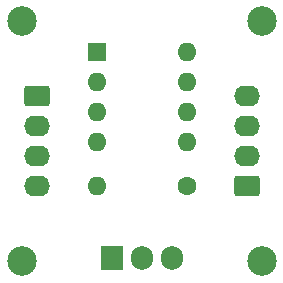
<source format=gts>
%TF.GenerationSoftware,KiCad,Pcbnew,7.0.8*%
%TF.CreationDate,2023-10-26T16:31:04-05:00*%
%TF.ProjectId,iowa-rover-kiosk-power-cycler,696f7761-2d72-46f7-9665-722d6b696f73,rev?*%
%TF.SameCoordinates,Original*%
%TF.FileFunction,Soldermask,Top*%
%TF.FilePolarity,Negative*%
%FSLAX46Y46*%
G04 Gerber Fmt 4.6, Leading zero omitted, Abs format (unit mm)*
G04 Created by KiCad (PCBNEW 7.0.8) date 2023-10-26 16:31:04*
%MOMM*%
%LPD*%
G01*
G04 APERTURE LIST*
G04 Aperture macros list*
%AMRoundRect*
0 Rectangle with rounded corners*
0 $1 Rounding radius*
0 $2 $3 $4 $5 $6 $7 $8 $9 X,Y pos of 4 corners*
0 Add a 4 corners polygon primitive as box body*
4,1,4,$2,$3,$4,$5,$6,$7,$8,$9,$2,$3,0*
0 Add four circle primitives for the rounded corners*
1,1,$1+$1,$2,$3*
1,1,$1+$1,$4,$5*
1,1,$1+$1,$6,$7*
1,1,$1+$1,$8,$9*
0 Add four rect primitives between the rounded corners*
20,1,$1+$1,$2,$3,$4,$5,0*
20,1,$1+$1,$4,$5,$6,$7,0*
20,1,$1+$1,$6,$7,$8,$9,0*
20,1,$1+$1,$8,$9,$2,$3,0*%
G04 Aperture macros list end*
%ADD10C,1.600000*%
%ADD11O,1.600000X1.600000*%
%ADD12C,2.500000*%
%ADD13R,1.600000X1.600000*%
%ADD14O,1.905000X2.000000*%
%ADD15R,1.905000X2.000000*%
%ADD16RoundRect,0.250000X0.845000X-0.620000X0.845000X0.620000X-0.845000X0.620000X-0.845000X-0.620000X0*%
%ADD17O,2.190000X1.740000*%
%ADD18RoundRect,0.250000X-0.845000X0.620000X-0.845000X-0.620000X0.845000X-0.620000X0.845000X0.620000X0*%
G04 APERTURE END LIST*
D10*
%TO.C,R1*%
X119380000Y-63500000D03*
D11*
X111760000Y-63500000D03*
%TD*%
D12*
%TO.C,REF\u002A\u002A*%
X125730000Y-69850000D03*
%TD*%
%TO.C,REF\u002A\u002A*%
X105410000Y-69850000D03*
%TD*%
%TO.C,REF\u002A\u002A*%
X125730000Y-49530000D03*
%TD*%
%TO.C,REF\u002A\u002A*%
X105410000Y-49530000D03*
%TD*%
D13*
%TO.C,U1*%
X111760000Y-52080000D03*
D11*
X111760000Y-54620000D03*
X111760000Y-57160000D03*
X111760000Y-59700000D03*
X119380000Y-59700000D03*
X119380000Y-57160000D03*
X119380000Y-54620000D03*
X119380000Y-52080000D03*
%TD*%
D14*
%TO.C,Q1*%
X118110000Y-69525000D03*
X115570000Y-69525000D03*
D15*
X113030000Y-69525000D03*
%TD*%
D16*
%TO.C,J2*%
X124480000Y-63500000D03*
D17*
X124480000Y-60960000D03*
X124480000Y-58420000D03*
X124480000Y-55880000D03*
%TD*%
D18*
%TO.C,J1*%
X106680000Y-55880000D03*
D17*
X106680000Y-58420000D03*
X106680000Y-60960000D03*
X106680000Y-63500000D03*
%TD*%
M02*

</source>
